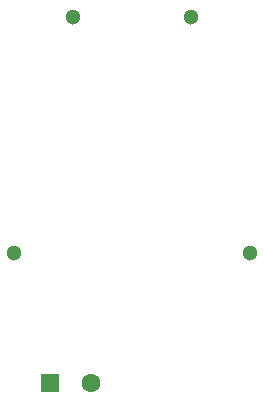
<source format=gbr>
%TF.GenerationSoftware,KiCad,Pcbnew,9.0.0*%
%TF.CreationDate,2025-03-04T05:22:46+01:00*%
%TF.ProjectId,PSU5V,50535535-562e-46b6-9963-61645f706362,rev?*%
%TF.SameCoordinates,Original*%
%TF.FileFunction,Soldermask,Bot*%
%TF.FilePolarity,Negative*%
%FSLAX46Y46*%
G04 Gerber Fmt 4.6, Leading zero omitted, Abs format (unit mm)*
G04 Created by KiCad (PCBNEW 9.0.0) date 2025-03-04 05:22:46*
%MOMM*%
%LPD*%
G01*
G04 APERTURE LIST*
%ADD10R,1.600000X1.600000*%
%ADD11C,1.600000*%
%ADD12C,1.300000*%
G04 APERTURE END LIST*
D10*
%TO.C,C1*%
X42728000Y-63500000D03*
D11*
X46228000Y-63500000D03*
%TD*%
D12*
%TO.C,T1*%
X39704000Y-52512000D03*
X59704000Y-52512000D03*
X54704000Y-32512000D03*
X44704000Y-32512000D03*
%TD*%
M02*

</source>
